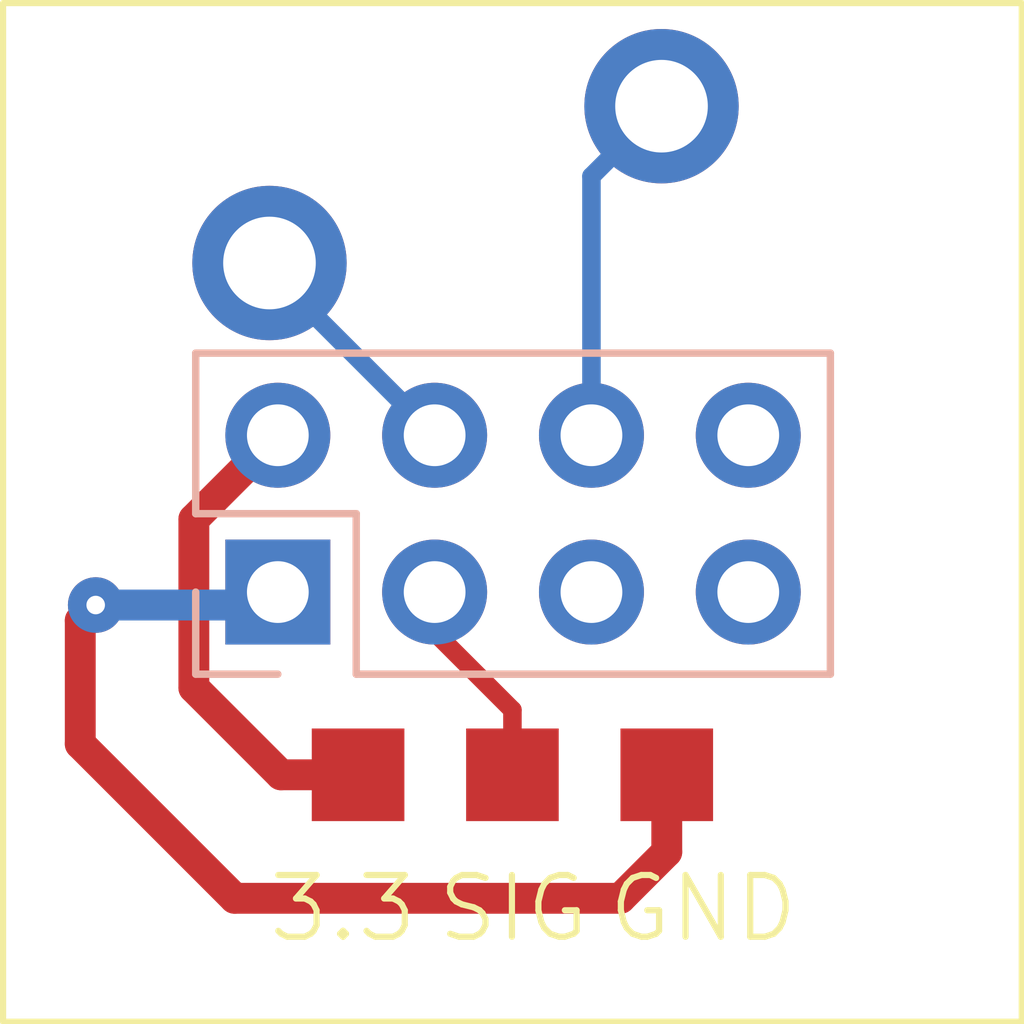
<source format=kicad_pcb>
(kicad_pcb (version 20240108) (generator "pcbnew") (generator_version "8.0")
  (layers (0 "F.Cu" signal) (31 "B.Cu" signal) (34 "B.Paste" user) (35 "F.Paste" user) (36 "B.SilkS" user "B.Silkscreen") (37 "F.SilkS" user "F.Silkscreen") (38 "B.Mask" user) (39 "F.Mask" user) (44 "Edge.Cuts" user))
  (net 0 "")
  (net 1 "Net-(J1-Pin_4)")
  (net 2 "Net-(J1-Pin_6)")
  (net 5 "Net-(J1-Pin_3)")
  (net 6 "Net-(J1-Pin_1)")
  (net 8 "Net-(J1-Pin_2)")
  (footprint "TestPoint:TestPoint_Pad_1.5x1.5mm" (layer "F.Cu") (at 10.75 12.5)
    (property "Reference" "TP2" (hide yes))
    (property "Value" "TestPoint" (hide yes))
    (pad "1" smd rect (at 0 0) (size 1.5 1.5) (layers "F.Cu" "F.Mask") (net 6 "Net-(J1-Pin_1)"))
  )
  (footprint "TestPoint:TestPoint_Pad_1.5x1.5mm" (layer "F.Cu") (at 5.75 12.5)
    (property "Reference" "TP3" (hide yes))
    (property "Value" "TestPoint" (hide yes))
    (pad "1" smd rect (at 0 0) (size 1.5 1.5) (layers "F.Cu" "F.Mask") (net 8 "Net-(J1-Pin_2)"))
  )
  (footprint "TestPoint:TestPoint_Pad_1.5x1.5mm" (layer "F.Cu") (at 8.25 12.5)
    (property "Reference" "TP1" (hide yes))
    (property "Value" "TestPoint" (hide yes))
    (pad "1" smd rect (at 0 0) (size 1.5 1.5) (layers "F.Cu" "F.Mask") (net 5 "Net-(J1-Pin_3)"))
  )
  (footprint "PCM_Switch_Keyboard_Cherry_MX:SW_Cherry_MX_Plate" (layer "F.Cu") (at 8.125 6.75)
    (property "Reference" "SW1" (hide yes))
    (property "Value" "SW_Push" (hide yes))
    (pad "1" thru_hole circle (at -3.81 -2.54) (size 2.5 2.5) (drill 1.5) (layers "*.Cu" "*.Mask") (net 1 "Net-(J1-Pin_4)"))
    (pad "2" thru_hole circle (at 2.54 -5.08) (size 2.5 2.5) (drill 1.5) (layers "*.Cu" "*.Mask") (net 2 "Net-(J1-Pin_6)"))
  )
  (footprint "Connector_PinSocket_2.54mm:PinSocket_2x04_P2.54mm_Vertical" (layer "B.Cu") (at 4.45 9.54 -90)
    (property "Reference" "J1" (hide yes))
    (property "Value" "Conn_02x04_Odd_Even" (hide yes))
    (fp_line (start -1.27 1.33) (end -3.87 1.33) (stroke (width 0.12)) (layer "B.SilkS"))
    (fp_line (start 1.33 1.33) (end 0 1.33) (stroke (width 0.12)) (layer "B.SilkS"))
    (fp_line (start 1.33 0) (end 1.33 1.33) (stroke (width 0.12)) (layer "B.SilkS"))
    (fp_line (start -1.27 -1.27) (end -1.27 1.33) (stroke (width 0.12)) (layer "B.SilkS"))
    (fp_line (start 1.33 -1.27) (end -1.27 -1.27) (stroke (width 0.12)) (layer "B.SilkS"))
    (fp_line (start -3.87 -8.95) (end -3.87 1.33) (stroke (width 0.12)) (layer "B.SilkS"))
    (fp_line (start 1.33 -8.95) (end 1.33 -1.27) (stroke (width 0.12)) (layer "B.SilkS"))
    (fp_line (start 1.33 -8.95) (end -3.87 -8.95) (stroke (width 0.12)) (layer "B.SilkS"))
    (pad "1" thru_hole rect (at 0 0 270) (size 1.7 1.7) (drill 1) (layers "*.Cu" "*.Mask") (net 6 "Net-(J1-Pin_1)"))
    (pad "2" thru_hole oval (at -2.54 0 270) (size 1.7 1.7) (drill 1) (layers "*.Cu" "*.Mask") (net 8 "Net-(J1-Pin_2)"))
    (pad "3" thru_hole oval (at 0 -2.54 270) (size 1.7 1.7) (drill 1) (layers "*.Cu" "*.Mask") (net 5 "Net-(J1-Pin_3)"))
    (pad "4" thru_hole oval (at -2.54 -2.54 270) (size 1.7 1.7) (drill 1) (layers "*.Cu" "*.Mask") (net 1 "Net-(J1-Pin_4)"))
    (pad "5" thru_hole oval (at 0 -5.08 270) (size 1.7 1.7) (drill 1) (layers "*.Cu" "*.Mask"))
    (pad "6" thru_hole oval (at -2.54 -5.08 270) (size 1.7 1.7) (drill 1) (layers "*.Cu" "*.Mask") (net 2 "Net-(J1-Pin_6)"))
    (pad "7" thru_hole oval (at 0 -7.62 270) (size 1.7 1.7) (drill 1) (layers "*.Cu" "*.Mask"))
    (pad "8" thru_hole oval (at -2.54 -7.62 270) (size 1.7 1.7) (drill 1) (layers "*.Cu" "*.Mask"))
  )
  (gr_rect (start 0 0) (end 16.5 16.5) (stroke (width 0.1)) (fill none) (layer "F.SilkS"))
  (gr_text "3.3" (at 4.25 15.25 0) (layer "F.SilkS") (effects (font (size 1 1) (thickness 0.1)) (justify left bottom)))
  (gr_text "SIG" (at 6.985715 15.25 0) (layer "F.SilkS") (effects (font (size 1 1) (thickness 0.1)) (justify left bottom)))
  (gr_text "GND" (at 9.75 15.25 0) (layer "F.SilkS") (effects (font (size 1 1) (thickness 0.1)) (justify left bottom)))
  (segment (start 6.99 7) (end 4.315 4.325) (width 0.3) (layer "B.Cu") (net 1))
  (segment (start 4.315 4.325) (end 4.315 4.21) (width 0.3) (layer "B.Cu") (net 1))
  (segment (start 9.53 7) (end 9.53 2.805) (width 0.3) (layer "B.Cu") (net 2))
  (segment (start 9.53 2.805) (end 10.665 1.67) (width 0.3) (layer "B.Cu") (net 2))
  (segment (start 8.25 11.45) (end 6.99 10.19) (width 0.3) (layer "F.Cu") (net 5))
  (segment (start 6.99 10.19) (end 6.99 9.54) (width 0.3) (layer "F.Cu") (net 5))
  (segment (start 8.25 12.5) (end 8.25 11.45) (width 0.3) (layer "F.Cu") (net 5))
  (segment (start 10 14.5) (end 3.75 14.5) (width 0.5) (layer "F.Cu") (net 6))
  (segment (start 10.75 12.5) (end 10.75 13.75) (width 0.5) (layer "F.Cu") (net 6))
  (segment (start 10.75 13.75) (end 10 14.5) (width 0.5) (layer "F.Cu") (net 6))
  (segment (start 1.25 10) (end 1.5 9.75) (width 0.5) (layer "F.Cu") (net 6))
  (segment (start 3.75 14.5) (end 1.25 12) (width 0.5) (layer "F.Cu") (net 6))
  (segment (start 1.25 12) (end 1.25 10) (width 0.5) (layer "F.Cu") (net 6))
  (via (at 1.5 9.75) (size 0.9) (drill 0.3) (layers "F.Cu" "B.Cu") (net 6))
  (segment (start 1.5 9.75) (end 4.24 9.75) (width 0.5) (layer "B.Cu") (net 6))
  (segment (start 4.24 9.75) (end 4.45 9.54) (width 0.5) (layer "B.Cu") (net 6))
  (segment (start 5.75 12.5) (end 4.5 12.5) (width 0.5) (layer "F.Cu") (net 8))
  (segment (start 3.09 11.09) (end 3.09 8.36) (width 0.5) (layer "F.Cu") (net 8))
  (segment (start 4.5 12.5) (end 3.09 11.09) (width 0.5) (layer "F.Cu") (net 8))
  (segment (start 3.09 8.36) (end 4.45 7) (width 0.5) (layer "F.Cu") (net 8))
)
</source>
